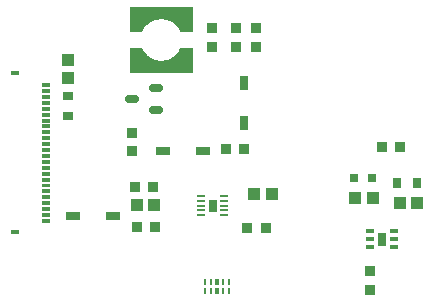
<source format=gbp>
%TF.GenerationSoftware,KiCad,Pcbnew,9.0.7*%
%TF.CreationDate,2026-02-16T08:00:12+01:00*%
%TF.ProjectId,misfits,6d697366-6974-4732-9e6b-696361645f70,1*%
%TF.SameCoordinates,Original*%
%TF.FileFunction,Paste,Bot*%
%TF.FilePolarity,Positive*%
%FSLAX46Y46*%
G04 Gerber Fmt 4.6, Leading zero omitted, Abs format (unit mm)*
G04 Created by KiCad (PCBNEW 9.0.7) date 2026-02-16 08:00:12*
%MOMM*%
%LPD*%
G01*
G04 APERTURE LIST*
G04 Aperture macros list*
%AMRoundRect*
0 Rectangle with rounded corners*
0 $1 Rounding radius*
0 $2 $3 $4 $5 $6 $7 $8 $9 X,Y pos of 4 corners*
0 Add a 4 corners polygon primitive as box body*
4,1,4,$2,$3,$4,$5,$6,$7,$8,$9,$2,$3,0*
0 Add four circle primitives for the rounded corners*
1,1,$1+$1,$2,$3*
1,1,$1+$1,$4,$5*
1,1,$1+$1,$6,$7*
1,1,$1+$1,$8,$9*
0 Add four rect primitives between the rounded corners*
20,1,$1+$1,$2,$3,$4,$5,0*
20,1,$1+$1,$4,$5,$6,$7,0*
20,1,$1+$1,$6,$7,$8,$9,0*
20,1,$1+$1,$8,$9,$2,$3,0*%
G04 Aperture macros list end*
%ADD10C,0.001000*%
%ADD11C,0.010000*%
%ADD12R,1.040000X1.020000*%
%ADD13RoundRect,0.108750X-0.356250X0.326250X-0.356250X-0.326250X0.356250X-0.326250X0.356250X0.326250X0*%
%ADD14R,1.210000X0.720000*%
%ADD15RoundRect,0.108750X-0.326250X-0.356250X0.326250X-0.356250X0.326250X0.356250X-0.326250X0.356250X0*%
%ADD16R,0.800000X0.400000*%
%ADD17R,0.250000X0.500000*%
%ADD18R,0.450000X0.500000*%
%ADD19R,0.930000X0.790000*%
%ADD20RoundRect,0.108750X0.326250X0.356250X-0.326250X0.356250X-0.326250X-0.356250X0.326250X-0.356250X0*%
%ADD21R,0.660000X0.320000*%
%ADD22R,0.720000X1.210000*%
%ADD23R,0.762000X0.939800*%
%ADD24R,0.800000X0.800000*%
%ADD25RoundRect,0.152500X0.437500X0.152500X-0.437500X0.152500X-0.437500X-0.152500X0.437500X-0.152500X0*%
%ADD26R,0.760000X0.220000*%
%ADD27R,1.020000X1.040000*%
%ADD28RoundRect,0.108750X0.356250X-0.326250X0.356250X0.326250X-0.356250X0.326250X-0.356250X-0.326250X0*%
%ADD29RoundRect,0.111125X0.333375X-0.333375X0.333375X0.333375X-0.333375X0.333375X-0.333375X-0.333375X0*%
G04 APERTURE END LIST*
D10*
%TO.C,L1*%
X144907000Y-85465000D02*
X144947000Y-85515000D01*
X144997000Y-85585000D01*
X145047000Y-85645000D01*
X145117000Y-85725000D01*
X145177000Y-85785000D01*
X145247000Y-85845000D01*
X145307000Y-85895000D01*
X145387000Y-85955000D01*
X145468000Y-86006000D01*
X145538000Y-86046000D01*
X145620000Y-86090000D01*
X145767000Y-86155000D01*
X145874000Y-86191000D01*
X145984000Y-86221000D01*
X145987000Y-86222000D01*
X145991000Y-86223000D01*
X145995000Y-86224000D01*
X145998000Y-86225000D01*
X146002000Y-86226000D01*
X146006000Y-86227000D01*
X146010000Y-86228000D01*
X146013000Y-86229000D01*
X146017000Y-86230000D01*
X146021000Y-86231000D01*
X146025000Y-86232000D01*
X146028000Y-86233000D01*
X146032000Y-86234000D01*
X146036000Y-86235000D01*
X146040000Y-86235000D01*
X146044000Y-86236000D01*
X146048000Y-86237000D01*
X146051000Y-86238000D01*
X146055000Y-86238000D01*
X146059000Y-86239000D01*
X146063000Y-86240000D01*
X146067000Y-86241000D01*
X146070000Y-86241000D01*
X146074000Y-86242000D01*
X146078000Y-86242000D01*
X146082000Y-86243000D01*
X146086000Y-86244000D01*
X146090000Y-86244000D01*
X146094000Y-86245000D01*
X146097000Y-86245000D01*
X146192000Y-86257000D01*
X146283000Y-86268000D01*
X146455000Y-86270000D01*
X146551000Y-86267000D01*
X146746000Y-86240000D01*
X146891000Y-86208000D01*
X147023000Y-86166000D01*
X147101000Y-86134000D01*
X147196000Y-86092000D01*
X147268000Y-86052000D01*
X147308000Y-86032000D01*
X147382000Y-85986000D01*
X147443000Y-85945000D01*
X147527000Y-85882000D01*
X147633000Y-85792000D01*
X147720000Y-85705000D01*
X147826000Y-85583000D01*
X147876000Y-85515000D01*
X147934000Y-85427000D01*
X147984000Y-85347000D01*
X148050000Y-85220000D01*
X149060000Y-85220000D01*
X149060000Y-87220000D01*
X143760000Y-87220000D01*
X143760000Y-85220000D01*
X144770000Y-85220000D01*
X144907000Y-85465000D01*
G36*
X144907000Y-85465000D02*
G01*
X144947000Y-85515000D01*
X144997000Y-85585000D01*
X145047000Y-85645000D01*
X145117000Y-85725000D01*
X145177000Y-85785000D01*
X145247000Y-85845000D01*
X145307000Y-85895000D01*
X145387000Y-85955000D01*
X145468000Y-86006000D01*
X145538000Y-86046000D01*
X145620000Y-86090000D01*
X145767000Y-86155000D01*
X145874000Y-86191000D01*
X145984000Y-86221000D01*
X145987000Y-86222000D01*
X145991000Y-86223000D01*
X145995000Y-86224000D01*
X145998000Y-86225000D01*
X146002000Y-86226000D01*
X146006000Y-86227000D01*
X146010000Y-86228000D01*
X146013000Y-86229000D01*
X146017000Y-86230000D01*
X146021000Y-86231000D01*
X146025000Y-86232000D01*
X146028000Y-86233000D01*
X146032000Y-86234000D01*
X146036000Y-86235000D01*
X146040000Y-86235000D01*
X146044000Y-86236000D01*
X146048000Y-86237000D01*
X146051000Y-86238000D01*
X146055000Y-86238000D01*
X146059000Y-86239000D01*
X146063000Y-86240000D01*
X146067000Y-86241000D01*
X146070000Y-86241000D01*
X146074000Y-86242000D01*
X146078000Y-86242000D01*
X146082000Y-86243000D01*
X146086000Y-86244000D01*
X146090000Y-86244000D01*
X146094000Y-86245000D01*
X146097000Y-86245000D01*
X146192000Y-86257000D01*
X146283000Y-86268000D01*
X146455000Y-86270000D01*
X146551000Y-86267000D01*
X146746000Y-86240000D01*
X146891000Y-86208000D01*
X147023000Y-86166000D01*
X147101000Y-86134000D01*
X147196000Y-86092000D01*
X147268000Y-86052000D01*
X147308000Y-86032000D01*
X147382000Y-85986000D01*
X147443000Y-85945000D01*
X147527000Y-85882000D01*
X147633000Y-85792000D01*
X147720000Y-85705000D01*
X147826000Y-85583000D01*
X147876000Y-85515000D01*
X147934000Y-85427000D01*
X147984000Y-85347000D01*
X148050000Y-85220000D01*
X149060000Y-85220000D01*
X149060000Y-87220000D01*
X143760000Y-87220000D01*
X143760000Y-85220000D01*
X144770000Y-85220000D01*
X144907000Y-85465000D01*
G37*
X149060000Y-83720000D02*
X148050000Y-83720000D01*
X147913000Y-83475000D01*
X147873000Y-83425000D01*
X147823000Y-83355000D01*
X147773000Y-83295000D01*
X147703000Y-83215000D01*
X147643000Y-83155000D01*
X147573000Y-83095000D01*
X147513000Y-83045000D01*
X147433000Y-82985000D01*
X147352000Y-82934000D01*
X147282000Y-82894000D01*
X147200000Y-82850000D01*
X147053000Y-82785000D01*
X146946000Y-82749000D01*
X146836000Y-82719000D01*
X146833000Y-82718000D01*
X146829000Y-82717000D01*
X146825000Y-82716000D01*
X146822000Y-82715000D01*
X146818000Y-82714000D01*
X146814000Y-82713000D01*
X146810000Y-82712000D01*
X146807000Y-82711000D01*
X146803000Y-82710000D01*
X146799000Y-82709000D01*
X146795000Y-82708000D01*
X146792000Y-82707000D01*
X146788000Y-82706000D01*
X146784000Y-82705000D01*
X146780000Y-82705000D01*
X146776000Y-82704000D01*
X146772000Y-82703000D01*
X146769000Y-82702000D01*
X146765000Y-82702000D01*
X146761000Y-82701000D01*
X146757000Y-82700000D01*
X146753000Y-82699000D01*
X146750000Y-82699000D01*
X146746000Y-82698000D01*
X146742000Y-82698000D01*
X146738000Y-82697000D01*
X146734000Y-82696000D01*
X146730000Y-82696000D01*
X146726000Y-82695000D01*
X146723000Y-82695000D01*
X146628000Y-82683000D01*
X146537000Y-82672000D01*
X146365000Y-82670000D01*
X146269000Y-82673000D01*
X146074000Y-82700000D01*
X145929000Y-82732000D01*
X145797000Y-82774000D01*
X145719000Y-82806000D01*
X145624000Y-82848000D01*
X145552000Y-82888000D01*
X145512000Y-82908000D01*
X145438000Y-82954000D01*
X145377000Y-82995000D01*
X145293000Y-83058000D01*
X145187000Y-83148000D01*
X145100000Y-83235000D01*
X144994000Y-83357000D01*
X144944000Y-83425000D01*
X144886000Y-83513000D01*
X144836000Y-83593000D01*
X144770000Y-83720000D01*
X143760000Y-83720000D01*
X143760000Y-81720000D01*
X149060000Y-81720000D01*
X149060000Y-83720000D01*
G36*
X149060000Y-83720000D02*
G01*
X148050000Y-83720000D01*
X147913000Y-83475000D01*
X147873000Y-83425000D01*
X147823000Y-83355000D01*
X147773000Y-83295000D01*
X147703000Y-83215000D01*
X147643000Y-83155000D01*
X147573000Y-83095000D01*
X147513000Y-83045000D01*
X147433000Y-82985000D01*
X147352000Y-82934000D01*
X147282000Y-82894000D01*
X147200000Y-82850000D01*
X147053000Y-82785000D01*
X146946000Y-82749000D01*
X146836000Y-82719000D01*
X146833000Y-82718000D01*
X146829000Y-82717000D01*
X146825000Y-82716000D01*
X146822000Y-82715000D01*
X146818000Y-82714000D01*
X146814000Y-82713000D01*
X146810000Y-82712000D01*
X146807000Y-82711000D01*
X146803000Y-82710000D01*
X146799000Y-82709000D01*
X146795000Y-82708000D01*
X146792000Y-82707000D01*
X146788000Y-82706000D01*
X146784000Y-82705000D01*
X146780000Y-82705000D01*
X146776000Y-82704000D01*
X146772000Y-82703000D01*
X146769000Y-82702000D01*
X146765000Y-82702000D01*
X146761000Y-82701000D01*
X146757000Y-82700000D01*
X146753000Y-82699000D01*
X146750000Y-82699000D01*
X146746000Y-82698000D01*
X146742000Y-82698000D01*
X146738000Y-82697000D01*
X146734000Y-82696000D01*
X146730000Y-82696000D01*
X146726000Y-82695000D01*
X146723000Y-82695000D01*
X146628000Y-82683000D01*
X146537000Y-82672000D01*
X146365000Y-82670000D01*
X146269000Y-82673000D01*
X146074000Y-82700000D01*
X145929000Y-82732000D01*
X145797000Y-82774000D01*
X145719000Y-82806000D01*
X145624000Y-82848000D01*
X145552000Y-82888000D01*
X145512000Y-82908000D01*
X145438000Y-82954000D01*
X145377000Y-82995000D01*
X145293000Y-83058000D01*
X145187000Y-83148000D01*
X145100000Y-83235000D01*
X144994000Y-83357000D01*
X144944000Y-83425000D01*
X144886000Y-83513000D01*
X144836000Y-83593000D01*
X144770000Y-83720000D01*
X143760000Y-83720000D01*
X143760000Y-81720000D01*
X149060000Y-81720000D01*
X149060000Y-83720000D01*
G37*
D11*
%TO.C,J3*%
X136970000Y-88415000D02*
X136320000Y-88415000D01*
X136320000Y-88165000D01*
X136970000Y-88165000D01*
X136970000Y-88415000D01*
G36*
X136970000Y-88415000D02*
G01*
X136320000Y-88415000D01*
X136320000Y-88165000D01*
X136970000Y-88165000D01*
X136970000Y-88415000D01*
G37*
X136970000Y-88915000D02*
X136320000Y-88915000D01*
X136320000Y-88665000D01*
X136970000Y-88665000D01*
X136970000Y-88915000D01*
G36*
X136970000Y-88915000D02*
G01*
X136320000Y-88915000D01*
X136320000Y-88665000D01*
X136970000Y-88665000D01*
X136970000Y-88915000D01*
G37*
X136970000Y-89415000D02*
X136320000Y-89415000D01*
X136320000Y-89165000D01*
X136970000Y-89165000D01*
X136970000Y-89415000D01*
G36*
X136970000Y-89415000D02*
G01*
X136320000Y-89415000D01*
X136320000Y-89165000D01*
X136970000Y-89165000D01*
X136970000Y-89415000D01*
G37*
X136970000Y-89915000D02*
X136320000Y-89915000D01*
X136320000Y-89665000D01*
X136970000Y-89665000D01*
X136970000Y-89915000D01*
G36*
X136970000Y-89915000D02*
G01*
X136320000Y-89915000D01*
X136320000Y-89665000D01*
X136970000Y-89665000D01*
X136970000Y-89915000D01*
G37*
X136970000Y-90415000D02*
X136320000Y-90415000D01*
X136320000Y-90165000D01*
X136970000Y-90165000D01*
X136970000Y-90415000D01*
G36*
X136970000Y-90415000D02*
G01*
X136320000Y-90415000D01*
X136320000Y-90165000D01*
X136970000Y-90165000D01*
X136970000Y-90415000D01*
G37*
X136970000Y-90915000D02*
X136320000Y-90915000D01*
X136320000Y-90665000D01*
X136970000Y-90665000D01*
X136970000Y-90915000D01*
G36*
X136970000Y-90915000D02*
G01*
X136320000Y-90915000D01*
X136320000Y-90665000D01*
X136970000Y-90665000D01*
X136970000Y-90915000D01*
G37*
X136970000Y-91415000D02*
X136320000Y-91415000D01*
X136320000Y-91165000D01*
X136970000Y-91165000D01*
X136970000Y-91415000D01*
G36*
X136970000Y-91415000D02*
G01*
X136320000Y-91415000D01*
X136320000Y-91165000D01*
X136970000Y-91165000D01*
X136970000Y-91415000D01*
G37*
X136970000Y-91915000D02*
X136320000Y-91915000D01*
X136320000Y-91665000D01*
X136970000Y-91665000D01*
X136970000Y-91915000D01*
G36*
X136970000Y-91915000D02*
G01*
X136320000Y-91915000D01*
X136320000Y-91665000D01*
X136970000Y-91665000D01*
X136970000Y-91915000D01*
G37*
X136970000Y-92415000D02*
X136320000Y-92415000D01*
X136320000Y-92165000D01*
X136970000Y-92165000D01*
X136970000Y-92415000D01*
G36*
X136970000Y-92415000D02*
G01*
X136320000Y-92415000D01*
X136320000Y-92165000D01*
X136970000Y-92165000D01*
X136970000Y-92415000D01*
G37*
X136970000Y-92915000D02*
X136320000Y-92915000D01*
X136320000Y-92665000D01*
X136970000Y-92665000D01*
X136970000Y-92915000D01*
G36*
X136970000Y-92915000D02*
G01*
X136320000Y-92915000D01*
X136320000Y-92665000D01*
X136970000Y-92665000D01*
X136970000Y-92915000D01*
G37*
X136970000Y-93415000D02*
X136320000Y-93415000D01*
X136320000Y-93165000D01*
X136970000Y-93165000D01*
X136970000Y-93415000D01*
G36*
X136970000Y-93415000D02*
G01*
X136320000Y-93415000D01*
X136320000Y-93165000D01*
X136970000Y-93165000D01*
X136970000Y-93415000D01*
G37*
X136970000Y-93915000D02*
X136320000Y-93915000D01*
X136320000Y-93665000D01*
X136970000Y-93665000D01*
X136970000Y-93915000D01*
G36*
X136970000Y-93915000D02*
G01*
X136320000Y-93915000D01*
X136320000Y-93665000D01*
X136970000Y-93665000D01*
X136970000Y-93915000D01*
G37*
X136970000Y-94415000D02*
X136320000Y-94415000D01*
X136320000Y-94165000D01*
X136970000Y-94165000D01*
X136970000Y-94415000D01*
G36*
X136970000Y-94415000D02*
G01*
X136320000Y-94415000D01*
X136320000Y-94165000D01*
X136970000Y-94165000D01*
X136970000Y-94415000D01*
G37*
X136970000Y-94915000D02*
X136320000Y-94915000D01*
X136320000Y-94665000D01*
X136970000Y-94665000D01*
X136970000Y-94915000D01*
G36*
X136970000Y-94915000D02*
G01*
X136320000Y-94915000D01*
X136320000Y-94665000D01*
X136970000Y-94665000D01*
X136970000Y-94915000D01*
G37*
X136970000Y-95415000D02*
X136320000Y-95415000D01*
X136320000Y-95165000D01*
X136970000Y-95165000D01*
X136970000Y-95415000D01*
G36*
X136970000Y-95415000D02*
G01*
X136320000Y-95415000D01*
X136320000Y-95165000D01*
X136970000Y-95165000D01*
X136970000Y-95415000D01*
G37*
X136970000Y-95915000D02*
X136320000Y-95915000D01*
X136320000Y-95665000D01*
X136970000Y-95665000D01*
X136970000Y-95915000D01*
G36*
X136970000Y-95915000D02*
G01*
X136320000Y-95915000D01*
X136320000Y-95665000D01*
X136970000Y-95665000D01*
X136970000Y-95915000D01*
G37*
X136970000Y-96415000D02*
X136320000Y-96415000D01*
X136320000Y-96165000D01*
X136970000Y-96165000D01*
X136970000Y-96415000D01*
G36*
X136970000Y-96415000D02*
G01*
X136320000Y-96415000D01*
X136320000Y-96165000D01*
X136970000Y-96165000D01*
X136970000Y-96415000D01*
G37*
X136970000Y-96915000D02*
X136320000Y-96915000D01*
X136320000Y-96665000D01*
X136970000Y-96665000D01*
X136970000Y-96915000D01*
G36*
X136970000Y-96915000D02*
G01*
X136320000Y-96915000D01*
X136320000Y-96665000D01*
X136970000Y-96665000D01*
X136970000Y-96915000D01*
G37*
X136970000Y-97415000D02*
X136320000Y-97415000D01*
X136320000Y-97165000D01*
X136970000Y-97165000D01*
X136970000Y-97415000D01*
G36*
X136970000Y-97415000D02*
G01*
X136320000Y-97415000D01*
X136320000Y-97165000D01*
X136970000Y-97165000D01*
X136970000Y-97415000D01*
G37*
X136970000Y-97915000D02*
X136320000Y-97915000D01*
X136320000Y-97665000D01*
X136970000Y-97665000D01*
X136970000Y-97915000D01*
G36*
X136970000Y-97915000D02*
G01*
X136320000Y-97915000D01*
X136320000Y-97665000D01*
X136970000Y-97665000D01*
X136970000Y-97915000D01*
G37*
X136970000Y-98415000D02*
X136320000Y-98415000D01*
X136320000Y-98165000D01*
X136970000Y-98165000D01*
X136970000Y-98415000D01*
G36*
X136970000Y-98415000D02*
G01*
X136320000Y-98415000D01*
X136320000Y-98165000D01*
X136970000Y-98165000D01*
X136970000Y-98415000D01*
G37*
X136970000Y-98915000D02*
X136320000Y-98915000D01*
X136320000Y-98665000D01*
X136970000Y-98665000D01*
X136970000Y-98915000D01*
G36*
X136970000Y-98915000D02*
G01*
X136320000Y-98915000D01*
X136320000Y-98665000D01*
X136970000Y-98665000D01*
X136970000Y-98915000D01*
G37*
X136970000Y-99415000D02*
X136320000Y-99415000D01*
X136320000Y-99165000D01*
X136970000Y-99165000D01*
X136970000Y-99415000D01*
G36*
X136970000Y-99415000D02*
G01*
X136320000Y-99415000D01*
X136320000Y-99165000D01*
X136970000Y-99165000D01*
X136970000Y-99415000D01*
G37*
X136970000Y-99915000D02*
X136320000Y-99915000D01*
X136320000Y-99665000D01*
X136970000Y-99665000D01*
X136970000Y-99915000D01*
G36*
X136970000Y-99915000D02*
G01*
X136320000Y-99915000D01*
X136320000Y-99665000D01*
X136970000Y-99665000D01*
X136970000Y-99915000D01*
G37*
%TO.C,U3*%
X165431000Y-101876000D02*
X164799000Y-101876000D01*
X164799000Y-100864000D01*
X165431000Y-100864000D01*
X165431000Y-101876000D01*
G36*
X165431000Y-101876000D02*
G01*
X164799000Y-101876000D01*
X164799000Y-100864000D01*
X165431000Y-100864000D01*
X165431000Y-101876000D01*
G37*
%TO.C,U2*%
X151060000Y-99015000D02*
X150490000Y-99015000D01*
X150490000Y-98065000D01*
X151060000Y-98065000D01*
X151060000Y-99015000D01*
G36*
X151060000Y-99015000D02*
G01*
X150490000Y-99015000D01*
X150490000Y-98065000D01*
X151060000Y-98065000D01*
X151060000Y-99015000D01*
G37*
%TD*%
D12*
%TO.C,R4*%
X155795000Y-97530000D03*
X154325000Y-97530000D03*
%TD*%
D13*
%TO.C,C5*%
X154430000Y-83510000D03*
X154430000Y-85070000D03*
%TD*%
D14*
%TO.C,D3*%
X146590000Y-93880000D03*
X149950000Y-93880000D03*
%TD*%
D15*
%TO.C,C8*%
X165140000Y-93610000D03*
X166700000Y-93610000D03*
%TD*%
%TO.C,C2*%
X153730000Y-100440000D03*
X155290000Y-100440000D03*
%TD*%
D13*
%TO.C,C3*%
X164090000Y-104090000D03*
X164090000Y-105650000D03*
%TD*%
D16*
%TO.C,J3*%
X134070000Y-87290000D03*
X134070000Y-100790000D03*
%TD*%
D17*
%TO.C,U4*%
X150190000Y-104992500D03*
X150690000Y-104992500D03*
D18*
X151190000Y-104992500D03*
D17*
X151690000Y-104992500D03*
X152190000Y-104992500D03*
X152190000Y-105792500D03*
X151690000Y-105792500D03*
D18*
X151190000Y-105792500D03*
D17*
X150690000Y-105792500D03*
X150190000Y-105792500D03*
%TD*%
D13*
%TO.C,C9*%
X150720000Y-83510000D03*
X150720000Y-85070000D03*
%TD*%
D19*
%TO.C,R8*%
X138590000Y-90910000D03*
X138590000Y-89270000D03*
%TD*%
D14*
%TO.C,D4*%
X138980000Y-99400000D03*
X142340000Y-99400000D03*
%TD*%
D20*
%TO.C,C10*%
X153470000Y-93750000D03*
X151910000Y-93750000D03*
%TD*%
D21*
%TO.C,U3*%
X166140000Y-100720000D03*
X166140000Y-101370000D03*
X166140000Y-102020000D03*
X164090000Y-102020000D03*
X164090000Y-101370000D03*
X164090000Y-100720000D03*
%TD*%
D22*
%TO.C,D2*%
X153470000Y-88190000D03*
X153470000Y-91550000D03*
%TD*%
D20*
%TO.C,C1*%
X145950000Y-100320000D03*
X144390000Y-100320000D03*
%TD*%
D23*
%TO.C,R6*%
X168118200Y-96600000D03*
X166441800Y-96600000D03*
%TD*%
D24*
%TO.C,D1*%
X164300000Y-96190000D03*
X162800000Y-96190000D03*
%TD*%
D12*
%TO.C,R1*%
X145855000Y-98480000D03*
X144385000Y-98480000D03*
%TD*%
D25*
%TO.C,Q1*%
X146015000Y-88585000D03*
X146015000Y-90415000D03*
X143965000Y-89500000D03*
%TD*%
D26*
%TO.C,U2*%
X149790000Y-99340000D03*
X149790000Y-98940000D03*
X149790000Y-98540000D03*
X149790000Y-98140000D03*
X149790000Y-97740000D03*
X151760000Y-97740000D03*
X151760000Y-98140000D03*
X151760000Y-98540000D03*
X151760000Y-98940000D03*
X151760000Y-99340000D03*
%TD*%
D27*
%TO.C,R7*%
X138580000Y-87705000D03*
X138580000Y-86235000D03*
%TD*%
D28*
%TO.C,C11*%
X143960000Y-93930000D03*
X143960000Y-92370000D03*
%TD*%
D29*
%TO.C,R2*%
X145722000Y-96950000D03*
X144198000Y-96950000D03*
%TD*%
D12*
%TO.C,R3*%
X162875000Y-97890000D03*
X164345000Y-97890000D03*
%TD*%
%TO.C,R5*%
X166645000Y-98300000D03*
X168115000Y-98300000D03*
%TD*%
D13*
%TO.C,C4*%
X152750000Y-83510000D03*
X152750000Y-85070000D03*
%TD*%
M02*

</source>
